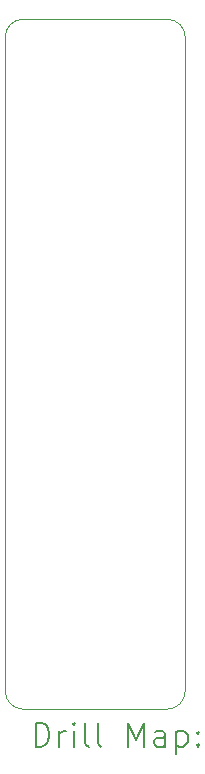
<source format=gbr>
%TF.GenerationSoftware,KiCad,Pcbnew,8.0.1*%
%TF.CreationDate,2024-07-14T19:31:35+02:00*%
%TF.ProjectId,IDE40-40,49444534-302d-4343-902e-6b696361645f,1*%
%TF.SameCoordinates,Original*%
%TF.FileFunction,Drillmap*%
%TF.FilePolarity,Positive*%
%FSLAX45Y45*%
G04 Gerber Fmt 4.5, Leading zero omitted, Abs format (unit mm)*
G04 Created by KiCad (PCBNEW 8.0.1) date 2024-07-14 19:31:35*
%MOMM*%
%LPD*%
G01*
G04 APERTURE LIST*
%ADD10C,0.050000*%
%ADD11C,0.100000*%
%ADD12C,0.200000*%
G04 APERTURE END LIST*
D10*
X11938000Y-5486400D02*
X11938000Y-11023600D01*
X13462000Y-5486400D02*
X13462000Y-11023600D01*
X13309600Y-5334000D02*
G75*
G02*
X13462000Y-5486400I0J-152400D01*
G01*
X12090400Y-11176000D02*
G75*
G02*
X11938000Y-11023600I0J152400D01*
G01*
X11938000Y-5486400D02*
G75*
G02*
X12090400Y-5334000I152400J0D01*
G01*
D11*
X12090400Y-11176000D02*
X13309600Y-11176000D01*
D10*
X13462000Y-11023600D02*
G75*
G02*
X13309600Y-11176000I-152400J0D01*
G01*
D11*
X12090400Y-5334000D02*
X13309600Y-5334000D01*
D12*
X12196277Y-11492484D02*
X12196277Y-11292484D01*
X12196277Y-11292484D02*
X12243896Y-11292484D01*
X12243896Y-11292484D02*
X12272467Y-11302008D01*
X12272467Y-11302008D02*
X12291515Y-11321055D01*
X12291515Y-11321055D02*
X12301039Y-11340103D01*
X12301039Y-11340103D02*
X12310562Y-11378198D01*
X12310562Y-11378198D02*
X12310562Y-11406769D01*
X12310562Y-11406769D02*
X12301039Y-11444865D01*
X12301039Y-11444865D02*
X12291515Y-11463912D01*
X12291515Y-11463912D02*
X12272467Y-11482960D01*
X12272467Y-11482960D02*
X12243896Y-11492484D01*
X12243896Y-11492484D02*
X12196277Y-11492484D01*
X12396277Y-11492484D02*
X12396277Y-11359150D01*
X12396277Y-11397246D02*
X12405801Y-11378198D01*
X12405801Y-11378198D02*
X12415324Y-11368674D01*
X12415324Y-11368674D02*
X12434372Y-11359150D01*
X12434372Y-11359150D02*
X12453420Y-11359150D01*
X12520086Y-11492484D02*
X12520086Y-11359150D01*
X12520086Y-11292484D02*
X12510562Y-11302008D01*
X12510562Y-11302008D02*
X12520086Y-11311531D01*
X12520086Y-11311531D02*
X12529610Y-11302008D01*
X12529610Y-11302008D02*
X12520086Y-11292484D01*
X12520086Y-11292484D02*
X12520086Y-11311531D01*
X12643896Y-11492484D02*
X12624848Y-11482960D01*
X12624848Y-11482960D02*
X12615324Y-11463912D01*
X12615324Y-11463912D02*
X12615324Y-11292484D01*
X12748658Y-11492484D02*
X12729610Y-11482960D01*
X12729610Y-11482960D02*
X12720086Y-11463912D01*
X12720086Y-11463912D02*
X12720086Y-11292484D01*
X12977229Y-11492484D02*
X12977229Y-11292484D01*
X12977229Y-11292484D02*
X13043896Y-11435341D01*
X13043896Y-11435341D02*
X13110562Y-11292484D01*
X13110562Y-11292484D02*
X13110562Y-11492484D01*
X13291515Y-11492484D02*
X13291515Y-11387722D01*
X13291515Y-11387722D02*
X13281991Y-11368674D01*
X13281991Y-11368674D02*
X13262943Y-11359150D01*
X13262943Y-11359150D02*
X13224848Y-11359150D01*
X13224848Y-11359150D02*
X13205801Y-11368674D01*
X13291515Y-11482960D02*
X13272467Y-11492484D01*
X13272467Y-11492484D02*
X13224848Y-11492484D01*
X13224848Y-11492484D02*
X13205801Y-11482960D01*
X13205801Y-11482960D02*
X13196277Y-11463912D01*
X13196277Y-11463912D02*
X13196277Y-11444865D01*
X13196277Y-11444865D02*
X13205801Y-11425817D01*
X13205801Y-11425817D02*
X13224848Y-11416293D01*
X13224848Y-11416293D02*
X13272467Y-11416293D01*
X13272467Y-11416293D02*
X13291515Y-11406769D01*
X13386753Y-11359150D02*
X13386753Y-11559150D01*
X13386753Y-11368674D02*
X13405801Y-11359150D01*
X13405801Y-11359150D02*
X13443896Y-11359150D01*
X13443896Y-11359150D02*
X13462943Y-11368674D01*
X13462943Y-11368674D02*
X13472467Y-11378198D01*
X13472467Y-11378198D02*
X13481991Y-11397246D01*
X13481991Y-11397246D02*
X13481991Y-11454388D01*
X13481991Y-11454388D02*
X13472467Y-11473436D01*
X13472467Y-11473436D02*
X13462943Y-11482960D01*
X13462943Y-11482960D02*
X13443896Y-11492484D01*
X13443896Y-11492484D02*
X13405801Y-11492484D01*
X13405801Y-11492484D02*
X13386753Y-11482960D01*
X13567705Y-11473436D02*
X13577229Y-11482960D01*
X13577229Y-11482960D02*
X13567705Y-11492484D01*
X13567705Y-11492484D02*
X13558182Y-11482960D01*
X13558182Y-11482960D02*
X13567705Y-11473436D01*
X13567705Y-11473436D02*
X13567705Y-11492484D01*
X13567705Y-11368674D02*
X13577229Y-11378198D01*
X13577229Y-11378198D02*
X13567705Y-11387722D01*
X13567705Y-11387722D02*
X13558182Y-11378198D01*
X13558182Y-11378198D02*
X13567705Y-11368674D01*
X13567705Y-11368674D02*
X13567705Y-11387722D01*
M02*

</source>
